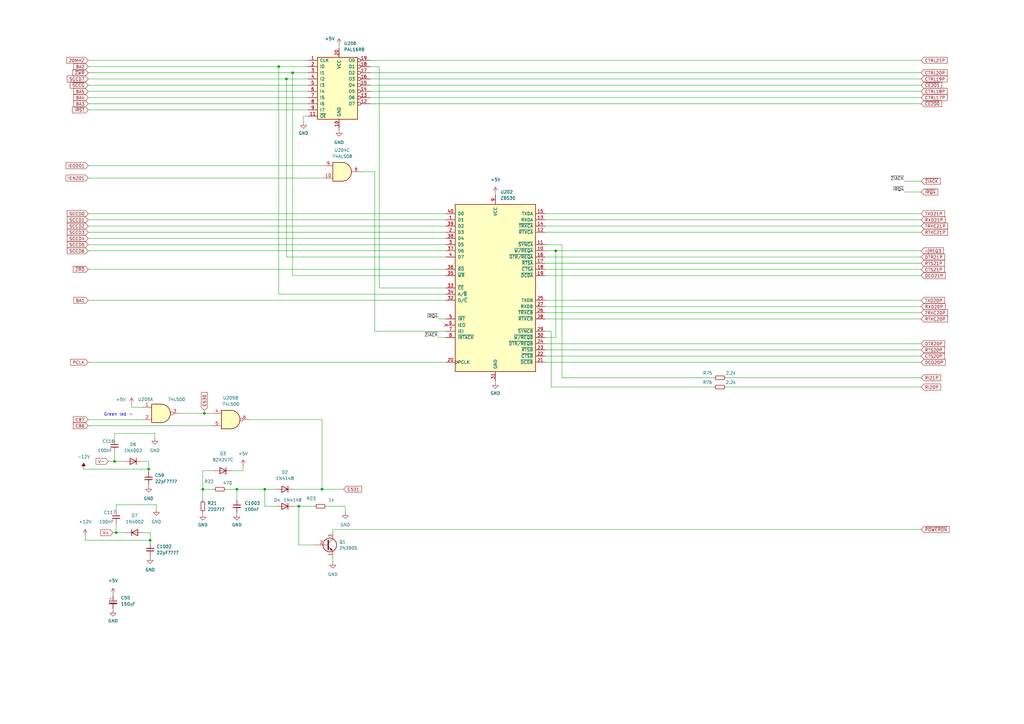
<source format=kicad_sch>
(kicad_sch (version 20211123) (generator eeschema)
  (paper "A3")
  (lib_symbols
    (symbol "74xx:74LS00" (pin_names (offset 1.016))
      (property "Reference" "U" (at 0 1.27 0))
      (property "Value" "74LS00" (at 0 -1.27 0))
      (symbol "74LS00_1_1"
        (arc (start 0 -3.81) (mid 3.81 0) (end 0 3.81) (stroke (width 0.254)) (fill (type background)))
        (polyline (pts (xy 0 3.81) (xy -3.81 3.81) (xy -3.81 -3.81) (xy 0 -3.81)) (stroke (width 0.254)) (fill (type background)))
        (pin input line (at -7.62 2.54 0) (length 3.81) (name "~") (number "1"))
        (pin input line (at -7.62 -2.54 0) (length 3.81) (name "~") (number "2"))
        (pin output inverted (at 7.62 0 180) (length 3.81) (name "~") (number "3"))
      )
      (symbol "74LS00_1_2"
        (arc (start -3.81 -3.81) (mid -2.589 0) (end -3.81 3.81) (stroke (width 0.254)))
        (arc (start -0.6096 -3.81) (mid 2.1842 -2.5851) (end 3.81 0) (stroke (width 0.254)) (fill (type background)))
        (polyline (pts (xy -3.81 -3.81) (xy -0.635 -3.81)) (stroke (width 0.254)) (fill (type background)))
        (polyline (pts (xy -3.81 3.81) (xy -0.635 3.81)) (stroke (width 0.254)) (fill (type background)))
        (polyline (pts (xy -0.635 3.81) (xy -3.81 3.81) (xy -3.81 3.81) (xy -3.556 3.4036) (xy -3.0226 2.2606) (xy -2.6924 1.0414) (xy -2.6162 -0.254) (xy -2.7686 -1.4986) (xy -3.175 -2.7178) (xy -3.81 -3.81) (xy -3.81 -3.81) (xy -0.635 -3.81)) (stroke (width -25.4)) (fill (type background)))
        (arc (start 3.81 0) (mid 2.1915 2.5936) (end -0.6096 3.81) (stroke (width 0.254)) (fill (type background)))
        (pin input inverted (at -7.62 2.54 0) (length 4.318) (name "~") (number "1"))
        (pin input inverted (at -7.62 -2.54 0) (length 4.318) (name "~") (number "2"))
        (pin output line (at 7.62 0 180) (length 3.81) (name "~") (number "3"))
      )
      (symbol "74LS00_2_1"
        (arc (start 0 -3.81) (mid 3.81 0) (end 0 3.81) (stroke (width 0.254)) (fill (type background)))
        (polyline (pts (xy 0 3.81) (xy -3.81 3.81) (xy -3.81 -3.81) (xy 0 -3.81)) (stroke (width 0.254)) (fill (type background)))
        (pin input line (at -7.62 2.54 0) (length 3.81) (name "~") (number "4"))
        (pin input line (at -7.62 -2.54 0) (length 3.81) (name "~") (number "5"))
        (pin output inverted (at 7.62 0 180) (length 3.81) (name "~") (number "6"))
      )
      (symbol "74LS00_2_2"
        (arc (start -3.81 -3.81) (mid -2.589 0) (end -3.81 3.81) (stroke (width 0.254)))
        (arc (start -0.6096 -3.81) (mid 2.1842 -2.5851) (end 3.81 0) (stroke (width 0.254)) (fill (type background)))
        (polyline (pts (xy -3.81 -3.81) (xy -0.635 -3.81)) (stroke (width 0.254)) (fill (type background)))
        (polyline (pts (xy -3.81 3.81) (xy -0.635 3.81)) (stroke (width 0.254)) (fill (type background)))
        (polyline (pts (xy -0.635 3.81) (xy -3.81 3.81) (xy -3.81 3.81) (xy -3.556 3.4036) (xy -3.0226 2.2606) (xy -2.6924 1.0414) (xy -2.6162 -0.254) (xy -2.7686 -1.4986) (xy -3.175 -2.7178) (xy -3.81 -3.81) (xy -3.81 -3.81) (xy -0.635 -3.81)) (stroke (width -25.4)) (fill (type background)))
        (arc (start 3.81 0) (mid 2.1915 2.5936) (end -0.6096 3.81) (stroke (width 0.254)) (fill (type background)))
        (pin input inverted (at -7.62 2.54 0) (length 4.318) (name "~") (number "4"))
        (pin input inverted (at -7.62 -2.54 0) (length 4.318) (name "~") (number "5"))
        (pin output line (at 7.62 0 180) (length 3.81) (name "~") (number "6"))
      )
      (symbol "74LS00_3_1"
        (arc (start 0 -3.81) (mid 3.81 0) (end 0 3.81) (stroke (width 0.254)) (fill (type background)))
        (polyline (pts (xy 0 3.81) (xy -3.81 3.81) (xy -3.81 -3.81) (xy 0 -3.81)) (stroke (width 0.254)) (fill (type background)))
        (pin input line (at -7.62 -2.54 0) (length 3.81) (name "~") (number "10"))
        (pin output inverted (at 7.62 0 180) (length 3.81) (name "~") (number "8"))
        (pin input line (at -7.62 2.54 0) (length 3.81) (name "~") (number "9"))
      )
      (symbol "74LS00_3_2"
        (arc (start -3.81 -3.81) (mid -2.589 0) (end -3.81 3.81) (stroke (width 0.254)))
        (arc (start -0.6096 -3.81) (mid 2.1842 -2.5851) (end 3.81 0) (stroke (width 0.254)) (fill (type background)))
        (polyline (pts (xy -3.81 -3.81) (xy -0.635 -3.81)) (stroke (width 0.254)) (fill (type background)))
        (polyline (pts (xy -3.81 3.81) (xy -0.635 3.81)) (stroke (width 0.254)) (fill (type background)))
        (polyline (pts (xy -0.635 3.81) (xy -3.81 3.81) (xy -3.81 3.81) (xy -3.556 3.4036) (xy -3.0226 2.2606) (xy -2.6924 1.0414) (xy -2.6162 -0.254) (xy -2.7686 -1.4986) (xy -3.175 -2.7178) (xy -3.81 -3.81) (xy -3.81 -3.81) (xy -0.635 -3.81)) (stroke (width -25.4)) (fill (type background)))
        (arc (start 3.81 0) (mid 2.1915 2.5936) (end -0.6096 3.81) (stroke (width 0.254)) (fill (type background)))
        (pin input inverted (at -7.62 -2.54 0) (length 4.318) (name "~") (number "10"))
        (pin output line (at 7.62 0 180) (length 3.81) (name "~") (number "8"))
        (pin input inverted (at -7.62 2.54 0) (length 4.318) (name "~") (number "9"))
      )
      (symbol "74LS00_4_1"
        (arc (start 0 -3.81) (mid 3.81 0) (end 0 3.81) (stroke (width 0.254)) (fill (type background)))
        (polyline (pts (xy 0 3.81) (xy -3.81 3.81) (xy -3.81 -3.81) (xy 0 -3.81)) (stroke (width 0.254)) (fill (type background)))
        (pin output inverted (at 7.62 0 180) (length 3.81) (name "~") (number "11"))
        (pin input line (at -7.62 2.54 0) (length 3.81) (name "~") (number "12"))
        (pin input line (at -7.62 -2.54 0) (length 3.81) (name "~") (number "13"))
      )
      (symbol "74LS00_4_2"
        (arc (start -3.81 -3.81) (mid -2.589 0) (end -3.81 3.81) (stroke (width 0.254)))
        (arc (start -0.6096 -3.81) (mid 2.1842 -2.5851) (end 3.81 0) (stroke (width 0.254)) (fill (type background)))
        (polyline (pts (xy -3.81 -3.81) (xy -0.635 -3.81)) (stroke (width 0.254)) (fill (type background)))
        (polyline (pts (xy -3.81 3.81) (xy -0.635 3.81)) (stroke (width 0.254)) (fill (type background)))
        (polyline (pts (xy -0.635 3.81) (xy -3.81 3.81) (xy -3.81 3.81) (xy -3.556 3.4036) (xy -3.0226 2.2606) (xy -2.6924 1.0414) (xy -2.6162 -0.254) (xy -2.7686 -1.4986) (xy -3.175 -2.7178) (xy -3.81 -3.81) (xy -3.81 -3.81) (xy -0.635 -3.81)) (stroke (width -25.4)) (fill (type background)))
        (arc (start 3.81 0) (mid 2.1915 2.5936) (end -0.6096 3.81) (stroke (width 0.254)) (fill (type background)))
        (pin output line (at 7.62 0 180) (length 3.81) (name "~") (number "11"))
        (pin input inverted (at -7.62 2.54 0) (length 4.318) (name "~") (number "12"))
        (pin input inverted (at -7.62 -2.54 0) (length 4.318) (name "~") (number "13"))
      )
      (symbol "74LS00_5_0"
        (pin power_in line (at 0 12.7 270) (length 5.08) (name "VCC") (number "14"))
        (pin power_in line (at 0 -12.7 90) (length 5.08) (name "GND") (number "7"))
      )
      (symbol "74LS00_5_1"
        (rectangle (start -5.08 7.62) (end 5.08 -7.62) (stroke (width 0.254)) (fill (type background)))
      )
    )
    (symbol "74xx:74LS08" (pin_names (offset 1.016))
      (property "Reference" "U" (at 0 1.27 0))
      (property "Value" "74LS08" (at 0 -1.27 0))
      (symbol "74LS08_1_1"
        (arc (start 0 -3.81) (mid 3.81 0) (end 0 3.81) (stroke (width 0.254)) (fill (type background)))
        (polyline (pts (xy 0 3.81) (xy -3.81 3.81) (xy -3.81 -3.81) (xy 0 -3.81)) (stroke (width 0.254)) (fill (type background)))
        (pin input line (at -7.62 2.54 0) (length 3.81) (name "~") (number "1"))
        (pin input line (at -7.62 -2.54 0) (length 3.81) (name "~") (number "2"))
        (pin output line (at 7.62 0 180) (length 3.81) (name "~") (number "3"))
      )
      (symbol "74LS08_1_2"
        (arc (start -3.81 -3.81) (mid -2.589 0) (end -3.81 3.81) (stroke (width 0.254)))
        (arc (start -0.6096 -3.81) (mid 2.1842 -2.5851) (end 3.81 0) (stroke (width 0.254)) (fill (type background)))
        (polyline (pts (xy -3.81 -3.81) (xy -0.635 -3.81)) (stroke (width 0.254)) (fill (type background)))
        (polyline (pts (xy -3.81 3.81) (xy -0.635 3.81)) (stroke (width 0.254)) (fill (type background)))
        (polyline (pts (xy -0.635 3.81) (xy -3.81 3.81) (xy -3.81 3.81) (xy -3.556 3.4036) (xy -3.0226 2.2606) (xy -2.6924 1.0414) (xy -2.6162 -0.254) (xy -2.7686 -1.4986) (xy -3.175 -2.7178) (xy -3.81 -3.81) (xy -3.81 -3.81) (xy -0.635 -3.81)) (stroke (width -25.4)) (fill (type background)))
        (arc (start 3.81 0) (mid 2.1915 2.5936) (end -0.6096 3.81) (stroke (width 0.254)) (fill (type background)))
        (pin input inverted (at -7.62 2.54 0) (length 4.318) (name "~") (number "1"))
        (pin input inverted (at -7.62 -2.54 0) (length 4.318) (name "~") (number "2"))
        (pin output inverted (at 7.62 0 180) (length 3.81) (name "~") (number "3"))
      )
      (symbol "74LS08_2_1"
        (arc (start 0 -3.81) (mid 3.81 0) (end 0 3.81) (stroke (width 0.254)) (fill (type background)))
        (polyline (pts (xy 0 3.81) (xy -3.81 3.81) (xy -3.81 -3.81) (xy 0 -3.81)) (stroke (width 0.254)) (fill (type background)))
        (pin input line (at -7.62 2.54 0) (length 3.81) (name "~") (number "4"))
        (pin input line (at -7.62 -2.54 0) (length 3.81) (name "~") (number "5"))
        (pin output line (at 7.62 0 180) (length 3.81) (name "~") (number "6"))
      )
      (symbol "74LS08_2_2"
        (arc (start -3.81 -3.81) (mid -2.589 0) (end -3.81 3.81) (stroke (width 0.254)))
        (arc (start -0.6096 -3.81) (mid 2.1842 -2.5851) (end 3.81 0) (stroke (width 0.254)) (fill (type background)))
        (polyline (pts (xy -3.81 -3.81) (xy -0.635 -3.81)) (stroke (width 0.254)) (fill (type background)))
        (polyline (pts (xy -3.81 3.81) (xy -0.635 3.81)) (stroke (width 0.254)) (fill (type background)))
        (polyline (pts (xy -0.635 3.81) (xy -3.81 3.81) (xy -3.81 3.81) (xy -3.556 3.4036) (xy -3.0226 2.2606) (xy -2.6924 1.0414) (xy -2.6162 -0.254) (xy -2.7686 -1.4986) (xy -3.175 -2.7178) (xy -3.81 -3.81) (xy -3.81 -3.81) (xy -0.635 -3.81)) (stroke (width -25.4)) (fill (type background)))
        (arc (start 3.81 0) (mid 2.1915 2.5936) (end -0.6096 3.81) (stroke (width 0.254)) (fill (type background)))
        (pin input inverted (at -7.62 2.54 0) (length 4.318) (name "~") (number "4"))
        (pin input inverted (at -7.62 -2.54 0) (length 4.318) (name "~") (number "5"))
        (pin output inverted (at 7.62 0 180) (length 3.81) (name "~") (number "6"))
      )
      (symbol "74LS08_3_1"
        (arc (start 0 -3.81) (mid 3.81 0) (end 0 3.81) (stroke (width 0.254)) (fill (type background)))
        (polyline (pts (xy 0 3.81) (xy -3.81 3.81) (xy -3.81 -3.81) (xy 0 -3.81)) (stroke (width 0.254)) (fill (type background)))
        (pin input line (at -7.62 -2.54 0) (length 3.81) (name "~") (number "10"))
        (pin output line (at 7.62 0 180) (length 3.81) (name "~") (number "8"))
        (pin input line (at -7.62 2.54 0) (length 3.81) (name "~") (number "9"))
      )
      (symbol "74LS08_3_2"
        (arc (start -3.81 -3.81) (mid -2.589 0) (end -3.81 3.81) (stroke (width 0.254)))
        (arc (start -0.6096 -3.81) (mid 2.1842 -2.5851) (end 3.81 0) (stroke (width 0.254)) (fill (type background)))
        (polyline (pts (xy -3.81 -3.81) (xy -0.635 -3.81)) (stroke (width 0.254)) (fill (type background)))
        (polyline (pts (xy -3.81 3.81) (xy -0.635 3.81)) (stroke (width 0.254)) (fill (type background)))
        (polyline (pts (xy -0.635 3.81) (xy -3.81 3.81) (xy -3.81 3.81) (xy -3.556 3.4036) (xy -3.0226 2.2606) (xy -2.6924 1.0414) (xy -2.6162 -0.254) (xy -2.7686 -1.4986) (xy -3.175 -2.7178) (xy -3.81 -3.81) (xy -3.81 -3.81) (xy -0.635 -3.81)) (stroke (width -25.4)) (fill (type background)))
        (arc (start 3.81 0) (mid 2.1915 2.5936) (end -0.6096 3.81) (stroke (width 0.254)) (fill (type background)))
        (pin input inverted (at -7.62 -2.54 0) (length 4.318) (name "~") (number "10"))
        (pin output inverted (at 7.62 0 180) (length 3.81) (name "~") (number "8"))
        (pin input inverted (at -7.62 2.54 0) (length 4.318) (name "~") (number "9"))
      )
      (symbol "74LS08_4_1"
        (arc (start 0 -3.81) (mid 3.81 0) (end 0 3.81) (stroke (width 0.254)) (fill (type background)))
        (polyline (pts (xy 0 3.81) (xy -3.81 3.81) (xy -3.81 -3.81) (xy 0 -3.81)) (stroke (width 0.254)) (fill (type background)))
        (pin output line (at 7.62 0 180) (length 3.81) (name "~") (number "11"))
        (pin input line (at -7.62 2.54 0) (length 3.81) (name "~") (number "12"))
        (pin input line (at -7.62 -2.54 0) (length 3.81) (name "~") (number "13"))
      )
      (symbol "74LS08_4_2"
        (arc (start -3.81 -3.81) (mid -2.589 0) (end -3.81 3.81) (stroke (width 0.254)))
        (arc (start -0.6096 -3.81) (mid 2.1842 -2.5851) (end 3.81 0) (stroke (width 0.254)) (fill (type background)))
        (polyline (pts (xy -3.81 -3.81) (xy -0.635 -3.81)) (stroke (width 0.254)) (fill (type background)))
        (polyline (pts (xy -3.81 3.81) (xy -0.635 3.81)) (stroke (width 0.254)) (fill (type background)))
        (polyline (pts (xy -0.635 3.81) (xy -3.81 3.81) (xy -3.81 3.81) (xy -3.556 3.4036) (xy -3.0226 2.2606) (xy -2.6924 1.0414) (xy -2.6162 -0.254) (xy -2.7686 -1.4986) (xy -3.175 -2.7178) (xy -3.81 -3.81) (xy -3.81 -3.81) (xy -0.635 -3.81)) (stroke (width -25.4)) (fill (type background)))
        (arc (start 3.81 0) (mid 2.1915 2.5936) (end -0.6096 3.81) (stroke (width 0.254)) (fill (type background)))
        (pin output inverted (at 7.62 0 180) (length 3.81) (name "~") (number "11"))
        (pin input inverted (at -7.62 2.54 0) (length 4.318) (name "~") (number "12"))
        (pin input inverted (at -7.62 -2.54 0) (length 4.318) (name "~") (number "13"))
      )
      (symbol "74LS08_5_0"
        (pin power_in line (at 0 12.7 270) (length 5.08) (name "VCC") (number "14"))
        (pin power_in line (at 0 -12.7 90) (length 5.08) (name "GND") (number "7"))
      )
      (symbol "74LS08_5_1"
        (rectangle (start -5.08 7.62) (end 5.08 -7.62) (stroke (width 0.254)) (fill (type background)))
      )
    )
    (symbol "Device:C_Polarized_Small" (pin_numbers hide) (pin_names (offset 0.254) hide)
      (property "Reference" "C" (at 0.254 1.778 0))
      (property "Value" "C_Polarized_Small" (at 0.254 -2.032 0))
      (symbol "C_Polarized_Small_0_1"
        (rectangle (start -1.524 -0.3048) (end 1.524 -0.6858) (fill (type outline)))
        (rectangle (start -1.524 0.6858) (end 1.524 0.3048))
        (polyline (pts (xy -1.27 1.524) (xy -0.762 1.524)))
        (polyline (pts (xy -1.016 1.27) (xy -1.016 1.778)))
      )
      (symbol "C_Polarized_Small_1_1"
        (pin passive line (at 0 2.54 270) (length 1.8542) (name "~") (number "1"))
        (pin passive line (at 0 -2.54 90) (length 1.8542) (name "~") (number "2"))
      )
    )
    (symbol "Device:C_Small" (pin_numbers hide) (pin_names (offset 0.254) hide)
      (property "Reference" "C" (at 0.254 1.778 0))
      (property "Value" "C_Small" (at 0.254 -2.032 0))
      (symbol "C_Small_0_1"
        (polyline (pts (xy -1.524 -0.508) (xy 1.524 -0.508)) (stroke (width 0.3302)))
        (polyline (pts (xy -1.524 0.508) (xy 1.524 0.508)) (stroke (width 0.3048)))
      )
      (symbol "C_Small_1_1"
        (pin passive line (at 0 2.54 270) (length 2.032) (name "~") (number "1"))
        (pin passive line (at 0 -2.54 90) (length 2.032) (name "~") (number "2"))
      )
    )
    (symbol "Device:D_Zener" (pin_numbers hide) (pin_names (offset 1.016) hide)
      (property "Reference" "D" (at 0 2.54 0))
      (property "Value" "D_Zener" (at 0 -2.54 0))
      (symbol "D_Zener_0_1"
        (polyline (pts (xy 1.27 0) (xy -1.27 0)))
        (polyline (pts (xy -1.27 -1.27) (xy -1.27 1.27) (xy -0.762 1.27)) (stroke (width 0.254)))
        (polyline (pts (xy 1.27 -1.27) (xy 1.27 1.27) (xy -1.27 0) (xy 1.27 -1.27)) (stroke (width 0.254)))
      )
      (symbol "D_Zener_1_1"
        (pin passive line (at -3.81 0 0) (length 2.54) (name "K") (number "1"))
        (pin passive line (at 3.81 0 180) (length 2.54) (name "A") (number "2"))
      )
    )
    (symbol "Device:R_Small" (pin_numbers hide) (pin_names (offset 0.254) hide)
      (property "Reference" "R" (at 0.762 0.508 0))
      (property "Value" "R_Small" (at 0.762 -1.016 0))
      (symbol "R_Small_0_1"
        (rectangle (start -0.762 1.778) (end 0.762 -1.778) (stroke (width 0.2032)))
      )
      (symbol "R_Small_1_1"
        (pin passive line (at 0 2.54 270) (length 0.762) (name "~") (number "1"))
        (pin passive line (at 0 -2.54 90) (length 0.762) (name "~") (number "2"))
      )
    )
    (symbol "Diode:1N4002" (pin_numbers hide) (pin_names (offset 1.016) hide)
      (property "Reference" "D" (at 0 2.54 0))
      (property "Value" "1N4002" (at 0 -2.54 0))
      (symbol "1N4002_0_1"
        (polyline (pts (xy -1.27 1.27) (xy -1.27 -1.27)) (stroke (width 0.254)))
        (polyline (pts (xy 1.27 0) (xy -1.27 0)))
        (polyline (pts (xy 1.27 1.27) (xy 1.27 -1.27) (xy -1.27 0) (xy 1.27 1.27)) (stroke (width 0.254)))
      )
      (symbol "1N4002_1_1"
        (pin passive line (at -3.81 0 0) (length 2.54) (name "K") (number "1"))
        (pin passive line (at 3.81 0 180) (length 2.54) (name "A") (number "2"))
      )
    )
    (symbol "Diode:1N4148" (pin_numbers hide) (pin_names (offset 1.016) hide)
      (property "Reference" "D" (at 0 2.54 0))
      (property "Value" "1N4148" (at 0 -2.54 0))
      (symbol "1N4148_0_1"
        (polyline (pts (xy -1.27 1.27) (xy -1.27 -1.27)) (stroke (width 0.254)))
        (polyline (pts (xy 1.27 0) (xy -1.27 0)))
        (polyline (pts (xy 1.27 1.27) (xy 1.27 -1.27) (xy -1.27 0) (xy 1.27 1.27)) (stroke (width 0.254)))
      )
      (symbol "1N4148_1_1"
        (pin passive line (at -3.81 0 0) (length 2.54) (name "K") (number "1"))
        (pin passive line (at 3.81 0 180) (length 2.54) (name "A") (number "2"))
      )
    )
    (symbol "Interface_UART:Z8530" (pin_names (offset 1.016))
      (property "Reference" "U" (at -16.51 35.56 0))
      (property "Value" "Z8530" (at 10.16 35.56 0))
      (symbol "Z8530_0_1"
        (rectangle (start -16.51 -34.29) (end 16.51 34.29) (stroke (width 0.254)) (fill (type background)))
      )
      (symbol "Z8530_1_1"
        (pin input line (at -20.32 27.94 0) (length 3.81) (name "D1") (number "1"))
        (pin output line (at 20.32 15.24 180) (length 3.81) (name "~{W/REQA}") (number "10"))
        (pin bidirectional line (at 20.32 17.78 180) (length 3.81) (name "~{SYNCA}") (number "11"))
        (pin input line (at 20.32 22.86 180) (length 3.81) (name "~{RTXCA}") (number "12"))
        (pin input line (at 20.32 27.94 180) (length 3.81) (name "RXDA") (number "13"))
        (pin bidirectional line (at 20.32 25.4 180) (length 3.81) (name "~{TRXCA}") (number "14"))
        (pin output line (at 20.32 30.48 180) (length 3.81) (name "TXDA") (number "15"))
        (pin output line (at 20.32 12.7 180) (length 3.81) (name "~{DTR/REQA}") (number "16"))
        (pin output line (at 20.32 10.16 180) (length 3.81) (name "~{RTSA}") (number "17"))
        (pin input line (at 20.32 7.62 180) (length 3.81) (name "~{CTSA}") (number "18"))
        (pin input line (at 20.32 5.08 180) (length 3.81) (name "~{DCDA}") (number "19"))
        (pin input line (at -20.32 22.86 0) (length 3.81) (name "D3") (number "2"))
        (pin input clock (at -20.32 -30.48 0) (length 3.81) (name "PCLK") (number "20"))
        (pin input line (at 20.32 -30.48 180) (length 3.81) (name "~{DCDB}") (number "21"))
        (pin input line (at 20.32 -27.94 180) (length 3.81) (name "~{CTSB}") (number "22"))
        (pin output line (at 20.32 -25.4 180) (length 3.81) (name "~{RTSB}") (number "23"))
        (pin output line (at 20.32 -22.86 180) (length 3.81) (name "~{DTR/REQB}") (number "24"))
        (pin output line (at 20.32 -5.08 180) (length 3.81) (name "TXDB") (number "25"))
        (pin bidirectional line (at 20.32 -10.16 180) (length 3.81) (name "~{TRXCB}") (number "26"))
        (pin input line (at 20.32 -7.62 180) (length 3.81) (name "RXDB") (number "27"))
        (pin input line (at 20.32 -12.7 180) (length 3.81) (name "~{RTXCB}") (number "28"))
        (pin bidirectional line (at 20.32 -17.78 180) (length 3.81) (name "~{SYNCB}") (number "29"))
        (pin input line (at -20.32 17.78 0) (length 3.81) (name "D5") (number "3"))
        (pin output line (at 20.32 -20.32 180) (length 3.81) (name "~{W/REQB}") (number "30"))
        (pin power_in line (at 0 -38.1 90) (length 3.81) (name "GND") (number "31"))
        (pin input line (at -20.32 -5.08 0) (length 3.81) (name "D/~{C}") (number "32"))
        (pin input line (at -20.32 0 0) (length 3.81) (name "~{CE}") (number "33"))
        (pin input line (at -20.32 -2.54 0) (length 3.81) (name "A/~{B}") (number "34"))
        (pin input line (at -20.32 5.08 0) (length 3.81) (name "~{WR}") (number "35"))
        (pin input line (at -20.32 7.62 0) (length 3.81) (name "~{RD}") (number "36"))
        (pin input line (at -20.32 15.24 0) (length 3.81) (name "D6") (number "37"))
        (pin input line (at -20.32 20.32 0) (length 3.81) (name "D4") (number "38"))
        (pin input line (at -20.32 25.4 0) (length 3.81) (name "D2") (number "39"))
        (pin input line (at -20.32 12.7 0) (length 3.81) (name "D7") (number "4"))
        (pin input line (at -20.32 30.48 0) (length 3.81) (name "D0") (number "40"))
        (pin open_collector line (at -20.32 -12.7 0) (length 3.81) (name "~{INT}") (number "5"))
        (pin output line (at -20.32 -15.24 0) (length 3.81) (name "IEO") (number "6"))
        (pin input line (at -20.32 -17.78 0) (length 3.81) (name "IEI") (number "7"))
        (pin input line (at -20.32 -20.32 0) (length 3.81) (name "~{INTACK}") (number "8"))
        (pin power_in line (at 0 38.1 270) (length 3.81) (name "VCC") (number "9"))
      )
    )
    (symbol "Transistor_BJT:2N3905" (pin_names (offset 0) hide)
      (property "Reference" "Q" (at 5.08 1.905 0))
      (property "Value" "2N3905" (at 5.08 0 0))
      (symbol "2N3905_0_1"
        (polyline (pts (xy 0.635 0.635) (xy 2.54 2.54)))
        (polyline (pts (xy 0.635 -0.635) (xy 2.54 -2.54) (xy 2.54 -2.54)))
        (polyline (pts (xy 0.635 1.905) (xy 0.635 -1.905) (xy 0.635 -1.905)) (stroke (width 0.508)))
        (polyline (pts (xy 2.286 -1.778) (xy 1.778 -2.286) (xy 1.27 -1.27) (xy 2.286 -1.778) (xy 2.286 -1.778)) (fill (type outline)))
        (circle (center 1.27 0) (radius 2.8194) (stroke (width 0.254)))
      )
      (symbol "2N3905_1_1"
        (pin passive line (at 2.54 -5.08 90) (length 2.54) (name "E") (number "1"))
        (pin input line (at -5.08 0 0) (length 5.715) (name "B") (number "2"))
        (pin passive line (at 2.54 5.08 270) (length 2.54) (name "C") (number "3"))
      )
    )
    (symbol "power:+12V" (power) (pin_names (offset 0))
      (property "Value" "+12V" (at 0 3.556 0))
      (symbol "+12V_0_1"
        (polyline (pts (xy -0.762 1.27) (xy 0 2.54)))
        (polyline (pts (xy 0 0) (xy 0 2.54)))
        (polyline (pts (xy 0 2.54) (xy 0.762 1.27)))
      )
      (symbol "+12V_1_1"
        (pin power_in line (at 0 0 90) (length 0) hide (name "+12V") (number "1"))
      )
    )
    (symbol "power:+5V" (power) (pin_names (offset 0))
      (property "Value" "+5V" (at 0 3.556 0))
      (symbol "+5V_0_1"
        (polyline (pts (xy -0.762 1.27) (xy 0 2.54)))
        (polyline (pts (xy 0 0) (xy 0 2.54)))
        (polyline (pts (xy 0 2.54) (xy 0.762 1.27)))
      )
      (symbol "+5V_1_1"
        (pin power_in line (at 0 0 90) (length 0) hide (name "+5V") (number "1"))
      )
    )
    (symbol "power:-12V" (power) (pin_names (offset 0))
      (property "Value" "-12V" (at 0 3.81 0))
      (symbol "-12V_0_0"
        (pin power_in line (at 0 0 90) (length 0) hide (name "-12V") (number "1"))
      )
      (symbol "-12V_0_1"
        (polyline (pts (xy 0 0) (xy 0 1.27) (xy 0.762 1.27) (xy 0 2.54) (xy -0.762 1.27) (xy 0 1.27)) (fill (type outline)))
      )
    )
    (symbol "power:GND" (power) (pin_names (offset 0))
      (property "Value" "GND" (at 0 -3.81 0))
      (symbol "GND_0_1"
        (polyline (pts (xy 0 0) (xy 0 -1.27) (xy 1.27 -1.27) (xy 0 -2.54) (xy -1.27 -1.27) (xy 0 -1.27)))
      )
      (symbol "GND_1_1"
        (pin power_in line (at 0 0 270) (length 0) hide (name "GND") (number "1"))
      )
    )
    (symbol "x37:PAL16R8" (pin_names (offset 1.016))
      (property "Reference" "U" (at -8.89 16.51 0))
      (property "Value" "PAL16R8" (at 1.27 16.51 0))
      (symbol "PAL16R8_0_0"
        (pin power_in line (at 0 -15.24 90) (length 3.81) (name "GND") (number "10"))
        (pin power_in line (at 0 17.78 270) (length 3.81) (name "VCC") (number "20"))
      )
      (symbol "PAL16R8_0_1"
        (rectangle (start -8.89 13.97) (end 7.62 -11.43) (stroke (width 0.254)) (fill (type background)))
      )
      (symbol "PAL16R8_1_1"
        (pin input line (at -12.7 12.7 0) (length 3.81) (name "CLK") (number "1"))
        (pin input line (at -12.7 -10.16 0) (length 3.81) (name "~{OE}") (number "11"))
        (pin tri_state inverted (at 12.7 -5.08 180) (length 5.08) (name "O7") (number "12"))
        (pin tri_state inverted (at 12.7 -2.54 180) (length 5.08) (name "O6") (number "13"))
        (pin tri_state inverted (at 12.7 0 180) (length 5.08) (name "O5") (number "14"))
        (pin tri_state inverted (at 12.7 2.54 180) (length 5.08) (name "O4") (number "15"))
        (pin tri_state inverted (at 12.7 5.08 180) (length 5.08) (name "O3") (number "16"))
        (pin tri_state inverted (at 12.7 7.62 180) (length 5.08) (name "O2") (number "17"))
        (pin tri_state inverted (at 12.7 10.16 180) (length 5.08) (name "O1") (number "18"))
        (pin tri_state inverted (at 12.7 12.7 180) (length 5.08) (name "O0") (number "19"))
        (pin input line (at -12.7 10.16 0) (length 3.81) (name "I0") (number "2"))
        (pin input line (at -12.7 7.62 0) (length 3.81) (name "I1") (number "3"))
        (pin input line (at -12.7 5.08 0) (length 3.81) (name "I2") (number "4"))
        (pin input line (at -12.7 2.54 0) (length 3.81) (name "I3") (number "5"))
        (pin input line (at -12.7 0 0) (length 3.81) (name "I4") (number "6"))
        (pin input line (at -12.7 -2.54 0) (length 3.81) (name "I5") (number "7"))
        (pin input line (at -12.7 -5.08 0) (length 3.81) (name "I6") (number "8"))
        (pin input line (at -12.7 -7.62 0) (length 3.81) (name "I7") (number "9"))
      )
    )
  )
  (junction (at 108.585 200.66))
  (junction (at 117.475 32.385))
  (junction (at 61.595 221.615))
  (junction (at 47.625 218.44))
  (junction (at 132.08 200.66))
  (junction (at 97.155 200.66))
  (junction (at 83.185 200.66))
  (junction (at 120.015 29.845))
  (junction (at 46.99 189.23))
  (junction (at 114.3 27.305))
  (junction (at 122.555 207.645))
  (junction (at 227.965 102.87))
  (junction (at 60.96 192.405))
  (junction (at 83.82 169.545))
  (no_connect (at 182.88 133.35))
  (wire (pts (xy 223.52 148.59) (xy 377.825 148.59)))
  (wire (pts (xy 132.08 200.66) (xy 140.97 200.66)))
  (wire (pts (xy 136.525 217.17) (xy 377.825 217.17)))
  (wire (pts (xy 297.815 154.94) (xy 377.825 154.94)))
  (wire (pts (xy 136.525 228.6) (xy 136.525 230.505)))
  (wire (pts (xy 36.195 97.79) (xy 182.88 97.79)))
  (wire (pts (xy 155.575 27.305) (xy 151.765 27.305)))
  (wire (pts (xy 34.29 192.405) (xy 60.96 192.405)))
  (wire (pts (xy 120.65 200.66) (xy 132.08 200.66)))
  (wire (pts (xy 60.96 192.405) (xy 60.96 189.23)))
  (wire (pts (xy 36.195 148.59) (xy 182.88 148.59)))
  (wire (pts (xy 151.765 37.465) (xy 377.825 37.465)))
  (wire (pts (xy 83.185 193.04) (xy 83.185 200.66)))
  (wire (pts (xy 122.555 207.645) (xy 128.905 207.645)))
  (wire (pts (xy 60.96 189.23) (xy 58.42 189.23)))
  (wire (pts (xy 34.925 221.615) (xy 61.595 221.615)))
  (wire (pts (xy 47.625 214.63) (xy 47.625 218.44)))
  (wire (pts (xy 132.08 172.085) (xy 132.08 200.66)))
  (wire (pts (xy 36.195 174.625) (xy 86.995 174.625)))
  (wire (pts (xy 223.52 100.33) (xy 230.505 100.33)))
  (wire (pts (xy 61.595 227.965) (xy 61.595 228.6)))
  (wire (pts (xy 36.195 67.945) (xy 132.715 67.945)))
  (wire (pts (xy 95.25 193.04) (xy 99.695 193.04)))
  (wire (pts (xy 97.155 200.66) (xy 108.585 200.66)))
  (wire (pts (xy 223.52 105.41) (xy 377.825 105.41)))
  (wire (pts (xy 36.195 32.385) (xy 117.475 32.385)))
  (wire (pts (xy 83.82 168.275) (xy 83.82 169.545)))
  (wire (pts (xy 47.625 218.44) (xy 51.435 218.44)))
  (wire (pts (xy 46.99 180.34) (xy 46.99 177.8)))
  (wire (pts (xy 151.765 29.845) (xy 377.825 29.845)))
  (wire (pts (xy 133.985 207.645) (xy 141.605 207.645)))
  (wire (pts (xy 61.595 221.615) (xy 61.595 222.885)))
  (wire (pts (xy 36.195 123.19) (xy 182.88 123.19)))
  (wire (pts (xy 151.765 34.925) (xy 377.825 34.925)))
  (wire (pts (xy 108.585 207.645) (xy 113.03 207.645)))
  (wire (pts (xy 46.99 189.23) (xy 50.8 189.23)))
  (wire (pts (xy 141.605 207.645) (xy 141.605 210.185)))
  (wire (pts (xy 83.185 200.66) (xy 87.63 200.66)))
  (wire (pts (xy 223.52 125.73) (xy 377.825 125.73)))
  (wire (pts (xy 151.765 32.385) (xy 377.825 32.385)))
  (wire (pts (xy 47.625 207.01) (xy 64.135 207.01)))
  (wire (pts (xy 223.52 143.51) (xy 377.825 143.51)))
  (wire (pts (xy 223.52 90.17) (xy 377.825 90.17)))
  (wire (pts (xy 46.355 218.44) (xy 47.625 218.44)))
  (wire (pts (xy 120.015 29.845) (xy 120.015 113.03)))
  (wire (pts (xy 223.52 135.89) (xy 226.06 135.89)))
  (wire (pts (xy 61.595 221.615) (xy 61.595 218.44)))
  (wire (pts (xy 97.155 200.66) (xy 97.155 205.105)))
  (wire (pts (xy 36.195 34.925) (xy 126.365 34.925)))
  (wire (pts (xy 63.5 177.8) (xy 63.5 179.705)))
  (wire (pts (xy 151.765 40.005) (xy 377.825 40.005)))
  (wire (pts (xy 83.185 210.185) (xy 83.185 210.82)))
  (wire (pts (xy 151.765 24.765) (xy 377.825 24.765)))
  (wire (pts (xy 36.195 172.085) (xy 58.42 172.085)))
  (wire (pts (xy 223.52 128.27) (xy 377.825 128.27)))
  (wire (pts (xy 370.84 78.74) (xy 377.825 78.74)))
  (wire (pts (xy 97.155 210.185) (xy 97.155 210.82)))
  (wire (pts (xy 83.185 200.66) (xy 83.185 205.105)))
  (wire (pts (xy 223.52 95.25) (xy 377.825 95.25)))
  (wire (pts (xy 36.195 110.49) (xy 182.88 110.49)))
  (wire (pts (xy 297.815 158.75) (xy 377.825 158.75)))
  (wire (pts (xy 223.52 138.43) (xy 227.965 138.43)))
  (wire (pts (xy 36.195 87.63) (xy 182.88 87.63)))
  (wire (pts (xy 139.065 52.705) (xy 139.065 53.34)))
  (wire (pts (xy 223.52 107.95) (xy 377.825 107.95)))
  (wire (pts (xy 136.525 217.17) (xy 136.525 218.44)))
  (wire (pts (xy 53.975 165.735) (xy 53.975 167.005)))
  (wire (pts (xy 34.925 219.71) (xy 34.925 221.615)))
  (wire (pts (xy 44.45 189.23) (xy 46.99 189.23)))
  (wire (pts (xy 226.06 135.89) (xy 226.06 158.75)))
  (wire (pts (xy 36.195 27.305) (xy 114.3 27.305)))
  (wire (pts (xy 114.3 27.305) (xy 126.365 27.305)))
  (wire (pts (xy 124.46 47.625) (xy 126.365 47.625)))
  (wire (pts (xy 36.195 29.845) (xy 120.015 29.845)))
  (wire (pts (xy 128.905 223.52) (xy 122.555 223.52)))
  (wire (pts (xy 83.82 169.545) (xy 86.995 169.545)))
  (wire (pts (xy 124.46 50.165) (xy 124.46 47.625)))
  (wire (pts (xy 83.185 193.04) (xy 87.63 193.04)))
  (wire (pts (xy 182.88 105.41) (xy 117.475 105.41)))
  (wire (pts (xy 120.015 29.845) (xy 126.365 29.845)))
  (wire (pts (xy 223.52 130.81) (xy 377.825 130.81)))
  (wire (pts (xy 223.52 102.87) (xy 227.965 102.87)))
  (wire (pts (xy 153.67 135.89) (xy 182.88 135.89)))
  (wire (pts (xy 36.195 73.025) (xy 132.715 73.025)))
  (wire (pts (xy 47.625 209.55) (xy 47.625 207.01)))
  (wire (pts (xy 139.065 18.415) (xy 139.065 19.685)))
  (wire (pts (xy 223.52 110.49) (xy 377.825 110.49)))
  (wire (pts (xy 203.2 79.375) (xy 203.2 80.01)))
  (wire (pts (xy 36.195 95.25) (xy 182.88 95.25)))
  (wire (pts (xy 73.66 169.545) (xy 83.82 169.545)))
  (wire (pts (xy 155.575 118.11) (xy 155.575 27.305)))
  (wire (pts (xy 102.235 172.085) (xy 132.08 172.085)))
  (wire (pts (xy 46.99 185.42) (xy 46.99 189.23)))
  (wire (pts (xy 60.96 192.405) (xy 60.96 193.675)))
  (wire (pts (xy 36.195 45.085) (xy 126.365 45.085)))
  (wire (pts (xy 179.705 130.81) (xy 182.88 130.81)))
  (wire (pts (xy 36.195 42.545) (xy 126.365 42.545)))
  (wire (pts (xy 230.505 100.33) (xy 230.505 154.94)))
  (wire (pts (xy 147.955 70.485) (xy 153.67 70.485)))
  (wire (pts (xy 223.52 123.19) (xy 377.825 123.19)))
  (wire (pts (xy 36.195 40.005) (xy 126.365 40.005)))
  (wire (pts (xy 36.195 100.33) (xy 182.88 100.33)))
  (wire (pts (xy 223.52 92.71) (xy 377.825 92.71)))
  (wire (pts (xy 227.965 102.87) (xy 377.825 102.87)))
  (wire (pts (xy 114.3 120.65) (xy 182.88 120.65)))
  (wire (pts (xy 122.555 223.52) (xy 122.555 207.645)))
  (wire (pts (xy 61.595 218.44) (xy 59.055 218.44)))
  (wire (pts (xy 179.705 138.43) (xy 182.88 138.43)))
  (wire (pts (xy 182.88 118.11) (xy 155.575 118.11)))
  (wire (pts (xy 36.195 37.465) (xy 126.365 37.465)))
  (wire (pts (xy 223.52 87.63) (xy 377.825 87.63)))
  (wire (pts (xy 46.355 243.84) (xy 46.355 244.475)))
  (wire (pts (xy 46.355 249.555) (xy 46.355 250.19)))
  (wire (pts (xy 108.585 200.66) (xy 108.585 207.645)))
  (wire (pts (xy 203.2 156.21) (xy 203.2 156.845)))
  (wire (pts (xy 36.195 24.765) (xy 126.365 24.765)))
  (wire (pts (xy 64.135 207.01) (xy 64.135 208.915)))
  (wire (pts (xy 227.965 138.43) (xy 227.965 102.87)))
  (wire (pts (xy 223.52 140.97) (xy 377.825 140.97)))
  (wire (pts (xy 108.585 200.66) (xy 113.03 200.66)))
  (wire (pts (xy 151.765 42.545) (xy 377.825 42.545)))
  (wire (pts (xy 117.475 105.41) (xy 117.475 32.385)))
  (wire (pts (xy 53.975 167.005) (xy 58.42 167.005)))
  (wire (pts (xy 60.96 198.755) (xy 60.96 199.39)))
  (wire (pts (xy 36.195 90.17) (xy 182.88 90.17)))
  (wire (pts (xy 223.52 113.03) (xy 377.825 113.03)))
  (wire (pts (xy 230.505 154.94) (xy 292.735 154.94)))
  (wire (pts (xy 153.67 70.485) (xy 153.67 135.89)))
  (wire (pts (xy 120.015 113.03) (xy 182.88 113.03)))
  (wire (pts (xy 114.3 27.305) (xy 114.3 120.65)))
  (wire (pts (xy 226.06 158.75) (xy 292.735 158.75)))
  (wire (pts (xy 92.71 200.66) (xy 97.155 200.66)))
  (wire (pts (xy 36.195 102.87) (xy 182.88 102.87)))
  (wire (pts (xy 117.475 32.385) (xy 126.365 32.385)))
  (wire (pts (xy 36.195 92.71) (xy 182.88 92.71)))
  (wire (pts (xy 99.695 193.04) (xy 99.695 191.135)))
  (wire (pts (xy 370.84 74.295) (xy 377.825 74.295)))
  (wire (pts (xy 223.52 146.05) (xy 377.825 146.05)))
  (wire (pts (xy 46.99 177.8) (xy 63.5 177.8)))
  (wire (pts (xy 120.65 207.645) (xy 122.555 207.645)))
  (text "Green led -\n" (at 42.545 170.815 0) (effects (font (size 1.27 1.27)) (justify left bottom)))
  (label "~{IRQ4}" (at 179.705 130.81 180))
  (label "~{ZIACK}" (at 370.84 74.295 180))
  (label "~{IRQ4}" (at 370.84 78.74 180))
  (label "~{ZIACK}" (at 179.705 138.43 180))
  (global_label "RTXC20P" (shape input) (at 377.825 130.81 0) (property "Intersheet References" "${INTERSHEET_REFS}" (effects hide)))
  (global_label "RI20P" (shape input) (at 377.825 158.75 0) (property "Intersheet References" "${INTERSHEET_REFS}" (effects hide)))
  (global_label "RXD20P" (shape input) (at 377.825 125.73 0) (property "Intersheet References" "${INTERSHEET_REFS}" (effects hide)))
  (global_label "TXD20P" (shape input) (at 377.825 123.19 0) (property "Intersheet References" "${INTERSHEET_REFS}" (effects hide)))
  (global_label "~{ZRD}" (shape input) (at 36.195 110.49 180) (property "Intersheet References" "${INTERSHEET_REFS}" (effects hide)))
  (global_label "SCCD7" (shape input) (at 36.195 32.385 180) (property "Intersheet References" "${INTERSHEET_REFS}" (effects hide)))
  (global_label "PCLK" (shape input) (at 36.195 148.59 180) (property "Intersheet References" "${INTERSHEET_REFS}" (effects hide)))
  (global_label "IEN201" (shape input) (at 36.195 73.025 180) (property "Intersheet References" "${INTERSHEET_REFS}" (effects hide)))
  (global_label "C530" (shape input) (at 83.82 168.275 90) (property "Intersheet References" "${INTERSHEET_REFS}" (effects hide)))
  (global_label "20MHZ" (shape input) (at 36.195 24.765 180) (property "Intersheet References" "${INTERSHEET_REFS}" (effects hide)))
  (global_label "RXD21P" (shape input) (at 377.825 90.17 0) (property "Intersheet References" "${INTERSHEET_REFS}" (effects hide)))
  (global_label "CB6" (shape input) (at 36.195 174.625 180) (property "Intersheet References" "${INTERSHEET_REFS}" (effects hide)))
  (global_label "CB7" (shape input) (at 36.195 172.085 180) (property "Intersheet References" "${INTERSHEET_REFS}" (effects hide)))
  (global_label "CTRL20P" (shape input) (at 377.825 29.845 0) (property "Intersheet References" "${INTERSHEET_REFS}" (effects hide)))
  (global_label "CTRL17P" (shape input) (at 377.825 40.005 0) (property "Intersheet References" "${INTERSHEET_REFS}" (effects hide)))
  (global_label "CTS21P" (shape input) (at 377.825 110.49 0) (property "Intersheet References" "${INTERSHEET_REFS}" (effects hide)))
  (global_label "SCCD2" (shape input) (at 36.195 92.71 180) (property "Intersheet References" "${INTERSHEET_REFS}" (effects hide)))
  (global_label "TRXC21P" (shape input) (at 377.825 92.71 0) (property "Intersheet References" "${INTERSHEET_REFS}" (effects hide)))
  (global_label "~{IRQ4}" (shape input) (at 377.825 78.74 0) (property "Intersheet References" "${INTERSHEET_REFS}" (effects hide)))
  (global_label "DCD21P" (shape input) (at 377.825 113.03 0) (property "Intersheet References" "${INTERSHEET_REFS}" (effects hide)))
  (global_label "SCCD3" (shape input) (at 36.195 95.25 180) (property "Intersheet References" "${INTERSHEET_REFS}" (effects hide)))
  (global_label "SCCD0" (shape input) (at 36.195 87.63 180) (property "Intersheet References" "${INTERSHEET_REFS}" (effects hide)))
  (global_label "~{POWERON}" (shape input) (at 377.825 217.17 0) (property "Intersheet References" "${INTERSHEET_REFS}" (effects hide)))
  (global_label "~{ZWR}" (shape input) (at 36.195 29.845 180) (property "Intersheet References" "${INTERSHEET_REFS}" (effects hide)))
  (global_label "TRXC20P" (shape input) (at 377.825 128.27 0) (property "Intersheet References" "${INTERSHEET_REFS}" (effects hide)))
  (global_label "~{ZIACK}" (shape input) (at 377.825 74.295 0) (property "Intersheet References" "${INTERSHEET_REFS}" (effects hide)))
  (global_label "BA4" (shape input) (at 36.195 40.005 180) (property "Intersheet References" "${INTERSHEET_REFS}" (effects hide)))
  (global_label "BA3" (shape input) (at 36.195 42.545 180) (property "Intersheet References" "${INTERSHEET_REFS}" (effects hide)))
  (global_label "~{REQ3" (shape input) (at 377.825 102.87 0) (property "Intersheet References" "${INTERSHEET_REFS}" (effects hide)))
  (global_label "RTS20P" (shape input) (at 377.825 143.51 0) (property "Intersheet References" "${INTERSHEET_REFS}" (effects hide)))
  (global_label "RTS21P" (shape input) (at 377.825 107.95 0) (property "Intersheet References" "${INTERSHEET_REFS}" (effects hide)))
  (global_label "RI21P" (shape input) (at 377.825 154.94 0) (property "Intersheet References" "${INTERSHEET_REFS}" (effects hide)))
  (global_label "IEO201" (shape input) (at 36.195 67.945 180) (property "Intersheet References" "${INTERSHEET_REFS}" (effects hide)))
  (global_label "DCD20P" (shape input) (at 377.825 148.59 0) (property "Intersheet References" "${INTERSHEET_REFS}" (effects hide)))
  (global_label "BA2" (shape input) (at 36.195 27.305 180) (property "Intersheet References" "${INTERSHEET_REFS}" (effects hide)))
  (global_label "DTR20P" (shape input) (at 377.825 140.97 0) (property "Intersheet References" "${INTERSHEET_REFS}" (effects hide)))
  (global_label "DTR21P" (shape input) (at 377.825 105.41 0) (property "Intersheet References" "${INTERSHEET_REFS}" (effects hide)))
  (global_label "BA5" (shape input) (at 36.195 37.465 180) (property "Intersheet References" "${INTERSHEET_REFS}" (effects hide)))
  (global_label "CTRL18P" (shape input) (at 377.825 37.465 0) (property "Intersheet References" "${INTERSHEET_REFS}" (effects hide)))
  (global_label "~{CE201}" (shape input) (at 377.825 34.925 0) (property "Intersheet References" "${INTERSHEET_REFS}" (effects hide)))
  (global_label "SCCD4" (shape input) (at 36.195 97.79 180) (property "Intersheet References" "${INTERSHEET_REFS}" (effects hide)))
  (global_label "~{CE200}" (shape input) (at 377.825 42.545 0) (property "Intersheet References" "${INTERSHEET_REFS}" (effects hide)))
  (global_label "C531" (shape input) (at 140.97 200.66 0) (property "Intersheet References" "${INTERSHEET_REFS}" (effects hide)))
  (global_label "SCCD5" (shape input) (at 36.195 100.33 180) (property "Intersheet References" "${INTERSHEET_REFS}" (effects hide)))
  (global_label "~{SCCG}" (shape input) (at 36.195 34.925 180) (property "Intersheet References" "${INTERSHEET_REFS}" (effects hide)))
  (global_label "SCCD6" (shape input) (at 36.195 102.87 180) (property "Intersheet References" "${INTERSHEET_REFS}" (effects hide)))
  (global_label "CTRL19P" (shape input) (at 377.825 32.385 0) (property "Intersheet References" "${INTERSHEET_REFS}" (effects hide)))
  (global_label "BA1" (shape input) (at 36.195 123.19 180) (property "Intersheet References" "${INTERSHEET_REFS}" (effects hide)))
  (global_label "~{IRST}" (shape input) (at 36.195 45.085 180) (property "Intersheet References" "${INTERSHEET_REFS}" (effects hide)))
  (global_label "CTS20P" (shape input) (at 377.825 146.05 0) (property "Intersheet References" "${INTERSHEET_REFS}" (effects hide)))
  (global_label "RTXC21P" (shape input) (at 377.825 95.25 0) (property "Intersheet References" "${INTERSHEET_REFS}" (effects hide)))
  (global_label "CTRL21P" (shape input) (at 377.825 24.765 0) (property "Intersheet References" "${INTERSHEET_REFS}" (effects hide)))
  (global_label "TXD21P" (shape input) (at 377.825 87.63 0) (property "Intersheet References" "${INTERSHEET_REFS}" (effects hide)))
  (global_label "V+" (shape input) (at 46.355 218.44 180) (property "Intersheet References" "${INTERSHEET_REFS}" (effects hide)))
  (global_label "SCCD1" (shape input) (at 36.195 90.17 180) (property "Intersheet References" "${INTERSHEET_REFS}" (effects hide)))
  (global_label "V-" (shape input) (at 44.45 189.23 180) (property "Intersheet References" "${INTERSHEET_REFS}" (effects hide)))
  (symbol (lib_id "power:GND") (at 83.185 210.82 0) (unit 1)
    (property "Reference" "#PWR0477" (effects hide))
    (property "Value" "GND" (at 83.185 215.265 0))
  )
  (symbol (lib_id "power:-12V") (at 34.29 192.405 0) (unit 1)
    (property "Reference" "#PWR0487" (effects hide))
    (property "Value" "-12V" (at 34.29 187.325 0))
  )
  (symbol (lib_id "power:GND") (at 141.605 210.185 0) (unit 1)
    (property "Reference" "#PWR0486" (effects hide))
    (property "Value" "GND" (at 141.605 215.265 0))
  )
  (symbol (lib_id "power:+12V") (at 34.925 219.71 0) (unit 1)
    (property "Reference" "#PWR0479" (effects hide))
    (property "Value" "+12V" (at 34.925 213.995 0))
  )
  (symbol (lib_id "power:GND") (at 61.595 228.6 0) (unit 1)
    (property "Reference" "#PWR0478" (effects hide))
    (property "Value" "GND" (at 61.595 233.68 0))
  )
  (symbol (lib_id "Diode:1N4148") (at 116.84 207.645 180) (unit 1)
    (property "Reference" "D4" (at 113.665 205.105 0))
    (property "Value" "1N4148" (at 120.015 205.105 0))
    (property "Footprint" "Diode_THT:D_DO-35_SOD27_P7.62mm_Horizontal" (effects hide))
    (property "Datasheet" "https://assets.nexperia.com/documents/data-sheet/1N4148_1N4448.pdf" (effects hide))
  )
  (symbol (lib_id "power:GND") (at 63.5 179.705 0) (unit 1)
    (property "Reference" "#PWR0488" (effects hide))
    (property "Value" "GND" (at 63.5 184.785 0))
  )
  (symbol (lib_id "Device:C_Small") (at 46.99 182.88 0) (unit 1)
    (property "Reference" "C116" (at 41.91 180.975 0) (effects (justify left)))
    (property "Value" "100nF" (at 40.005 184.785 0) (effects (justify left)))
    (property "Footprint" "Capacitor_SMD:C_0402_1005Metric" (effects hide))
  )
  (symbol (lib_id "Transistor_BJT:2N3905") (at 133.985 223.52 0) (unit 1)
    (property "Reference" "Q1" (at 139.065 222.2499 0) (effects (justify left)))
    (property "Value" "2N3905" (at 139.065 224.7899 0) (effects (justify left)))
    (property "Footprint" "Package_TO_SOT_THT:TO-92_Inline" (effects hide))
    (property "Datasheet" "https://www.nteinc.com/specs/original/2N3905_06.pdf" (effects hide))
  )
  (symbol (lib_id "power:GND") (at 124.46 50.165 0) (unit 1)
    (property "Reference" "#PWR0472" (effects hide))
    (property "Value" "GND" (at 124.46 54.61 0))
  )
  (symbol (lib_id "power:+5V") (at 203.2 79.375 0) (unit 1)
    (property "Reference" "#PWR0483" (effects hide))
    (property "Value" "+5V" (at 203.2 73.66 0))
  )
  (symbol (lib_id "74xx:74LS00") (at 94.615 172.085 0) (unit 2)
    (property "Reference" "U205" (at 94.615 163.195 0))
    (property "Value" "74LS00" (at 94.615 165.735 0))
    (property "Datasheet" "http://www.ti.com/lit/gpn/sn74ls00" (effects hide))
  )
  (symbol (lib_id "Diode:1N4002") (at 55.245 218.44 0) (unit 1)
    (property "Reference" "D7" (at 55.245 211.455 0))
    (property "Value" "1N4002" (at 55.245 213.995 0))
    (property "Footprint" "Diode_THT:D_DO-41_SOD81_P10.16mm_Horizontal" (effects hide))
    (property "Datasheet" "http://www.vishay.com/docs/88503/1n4001.pdf" (effects hide))
  )
  (symbol (lib_id "74xx:74LS00") (at 66.04 169.545 0) (unit 1)
    (property "Reference" "U205" (at 59.69 163.83 0))
    (property "Value" "74LS00" (at 72.39 163.83 0))
    (property "Datasheet" "http://www.ti.com/lit/gpn/sn74ls00" (effects hide))
  )
  (symbol (lib_id "Device:C_Small") (at 60.96 196.215 0) (unit 1)
    (property "Reference" "C59" (at 63.5 194.9512 0) (effects (justify left)))
    (property "Value" "22pF????" (at 63.5 197.4912 0) (effects (justify left)))
    (property "Footprint" "Capacitor_SMD:C_0402_1005Metric" (effects hide))
  )
  (symbol (lib_id "power:GND") (at 64.135 208.915 0) (unit 1)
    (property "Reference" "#PWR0476" (effects hide))
    (property "Value" "GND" (at 64.135 213.995 0))
  )
  (symbol (lib_id "Device:D_Zener") (at 91.44 193.04 180) (unit 1)
    (property "Reference" "D3" (at 91.44 186.055 0))
    (property "Value" "BZX2V7C" (at 91.44 188.595 0))
  )
  (symbol (lib_id "power:GND") (at 203.2 156.845 0) (unit 1)
    (property "Reference" "#PWR0475" (effects hide))
    (property "Value" "GND" (at 203.2 161.29 0))
  )
  (symbol (lib_id "Device:C_Small") (at 97.155 207.645 0) (unit 1)
    (property "Reference" "C1003" (at 100.33 206.3812 0) (effects (justify left)))
    (property "Value" "100nF" (at 100.33 208.9212 0) (effects (justify left)))
    (property "Footprint" "Capacitor_SMD:C_0402_1005Metric" (effects hide))
  )
  (symbol (lib_id "power:GND") (at 139.065 53.34 0) (unit 1)
    (property "Reference" "#PWR0473" (effects hide))
    (property "Value" "GND" (at 139.065 58.42 0))
  )
  (symbol (lib_id "Device:C_Small") (at 61.595 225.425 0) (unit 1)
    (property "Reference" "C1002" (at 64.135 224.1612 0) (effects (justify left)))
    (property "Value" "22pF????" (at 64.135 226.7012 0) (effects (justify left)))
    (property "Footprint" "Capacitor_SMD:C_0402_1005Metric" (effects hide))
  )
  (symbol (lib_id "Diode:1N4148") (at 116.84 200.66 180) (unit 1)
    (property "Reference" "D2" (at 116.84 193.675 0))
    (property "Value" "1N4148" (at 116.84 196.215 0))
    (property "Footprint" "Diode_THT:D_DO-35_SOD27_P7.62mm_Horizontal" (effects hide))
    (property "Datasheet" "https://assets.nexperia.com/documents/data-sheet/1N4148_1N4448.pdf" (effects hide))
  )
  (symbol (lib_id "74xx:74LS08") (at 140.335 70.485 0) (unit 3)
    (property "Reference" "U204" (at 140.335 61.595 0))
    (property "Value" "74ALS08" (at 140.335 64.135 0))
    (property "Footprint" "Package_DIP:DIP-14_W7.62mm" (effects hide))
    (property "Datasheet" "http://www.ti.com/lit/gpn/sn74LS08" (effects hide))
  )
  (symbol (lib_id "power:+5V") (at 139.065 18.415 0) (unit 1)
    (property "Reference" "#PWR0471" (effects hide))
    (property "Value" "+5V" (at 135.255 15.875 0))
  )
  (symbol (lib_id "Device:R_Small") (at 131.445 207.645 270) (unit 1)
    (property "Reference" "R23" (at 127.635 204.47 90))
    (property "Value" "1k" (at 135.89 205.105 90))
    (property "Footprint" "Resistor_SMD:R_0402_1005Metric" (effects hide))
  )
  (symbol (lib_id "power:+5V") (at 53.975 165.735 0) (unit 1)
    (property "Reference" "#PWR0489" (effects hide))
    (property "Value" "+5V" (at 49.53 163.83 0))
  )
  (symbol (lib_id "Device:R_Small") (at 83.185 207.645 180) (unit 1)
    (property "Reference" "R21" (at 85.09 206.3749 0) (effects (justify right)))
    (property "Value" "220???" (at 85.09 208.9149 0) (effects (justify right)))
    (property "Footprint" "Resistor_SMD:R_0402_1005Metric" (effects hide))
  )
  (symbol (lib_id "Device:R_Small") (at 90.17 200.66 90) (unit 1)
    (property "Reference" "R22" (at 85.725 197.485 90))
    (property "Value" "470" (at 93.345 198.12 90))
    (property "Footprint" "Resistor_SMD:R_0402_1005Metric" (effects hide))
  )
  (symbol (lib_id "power:GND") (at 136.525 230.505 0) (unit 1)
    (property "Reference" "#PWR0474" (effects hide))
    (property "Value" "GND" (at 136.525 235.585 0))
  )
  (symbol (lib_id "Diode:1N4002") (at 54.61 189.23 180) (unit 1)
    (property "Reference" "D6" (at 54.61 182.245 0))
    (property "Value" "1N4002" (at 54.61 184.785 0))
    (property "Footprint" "Diode_THT:D_DO-41_SOD81_P10.16mm_Horizontal" (effects hide))
    (property "Datasheet" "http://www.vishay.com/docs/88503/1n4001.pdf" (effects hide))
  )
  (symbol (lib_id "power:GND") (at 46.355 250.19 0) (unit 1)
    (property "Reference" "#PWR0480" (effects hide))
    (property "Value" "GND" (at 46.355 254.635 0))
  )
  (symbol (lib_id "power:GND") (at 60.96 199.39 0) (unit 1)
    (property "Reference" "#PWR0482" (effects hide))
    (property "Value" "GND" (at 60.96 204.47 0))
  )
  (symbol (lib_id "x37:PAL16R8") (at 139.065 37.465 0) (unit 1)
    (property "Reference" "U206" (at 141.0844 17.78 0) (effects (justify left)))
    (property "Value" "PAL16R8" (at 141.0844 20.32 0) (effects (justify left)))
    (property "Footprint" "Package_DIP:DIP-20_W7.62mm" (effects hide))
  )
  (symbol (lib_id "Device:C_Polarized_Small") (at 46.355 247.015 0) (unit 1)
    (property "Reference" "C55" (at 49.53 245.1988 0) (effects (justify left)))
    (property "Value" "150uF" (at 49.53 247.7388 0) (effects (justify left)))
  )
  (symbol (lib_id "power:+5V") (at 99.695 191.135 0) (unit 1)
    (property "Reference" "#PWR0484" (effects hide))
    (property "Value" "+5V" (at 99.695 186.055 0))
  )
  (symbol (lib_id "Interface_UART:Z8530") (at 203.2 118.11 0) (unit 1)
    (property "Reference" "U202" (at 205.2194 78.74 0) (effects (justify left)))
    (property "Value" "Z8530" (at 205.2194 81.28 0) (effects (justify left)))
    (property "Footprint" "Package_DIP:DIP-40_W25.4mm" (effects hide))
  )
  (symbol (lib_id "Device:R_Small") (at 295.275 158.75 90) (unit 1)
    (property "Reference" "R76" (at 290.195 156.845 90))
    (property "Value" "2.2k" (at 299.72 156.845 90))
    (property "Footprint" "Resistor_SMD:R_0402_1005Metric" (effects hide))
  )
  (symbol (lib_id "power:GND") (at 97.155 210.82 0) (unit 1)
    (property "Reference" "#PWR0485" (effects hide))
    (property "Value" "GND" (at 97.155 215.265 0))
  )
  (symbol (lib_id "Device:R_Small") (at 295.275 154.94 90) (unit 1)
    (property "Reference" "R75" (at 290.195 153.035 90))
    (property "Value" "2.2k" (at 299.72 153.035 90))
    (property "Footprint" "Resistor_SMD:R_0402_1005Metric" (effects hide))
  )
  (symbol (lib_id "Device:C_Small") (at 47.625 212.09 0) (unit 1)
    (property "Reference" "C117" (at 42.545 210.185 0) (effects (justify left)))
    (property "Value" "100nF" (at 40.64 213.995 0) (effects (justify left)))
    (property "Footprint" "Capacitor_SMD:C_0402_1005Metric" (effects hide))
  )
  (symbol (lib_id "power:+5V") (at 46.355 243.84 0) (unit 1)
    (property "Reference" "#PWR0481" (effects hide))
    (property "Value" "+5V" (at 46.355 238.125 0))
  )
)
</source>
